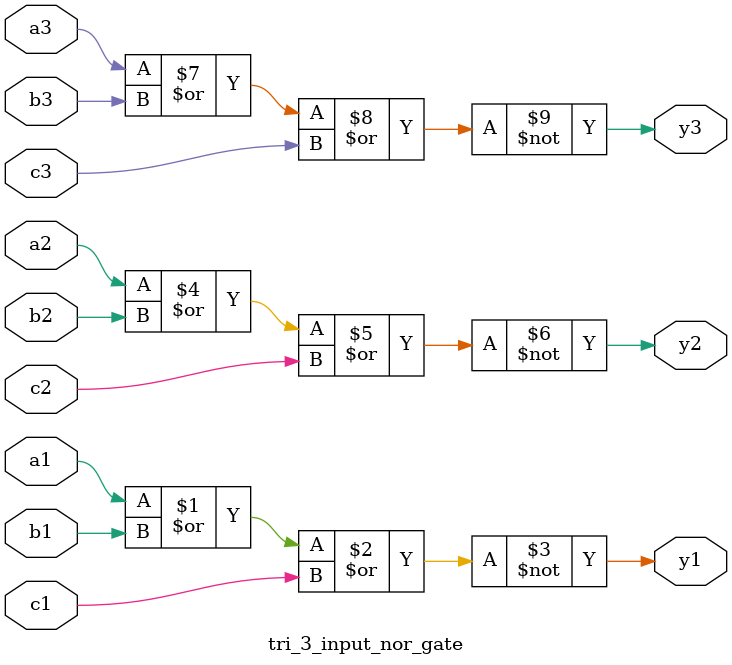
<source format=v>
`timescale 1ns / 1ps

module tri_3_input_nor_gate#(parameter DELAY = 10)(
    input wire a1,b1,c1,a2,b2,c2,a3,b3,c3,
    output wire y1,y2,y3
    );
    
    nor #DELAY (y1,a1,b1,c1);
    nor #DELAY (y2,a2,b2,c2);
    nor #DELAY (y3,a3,b3,c3);
    
endmodule

</source>
